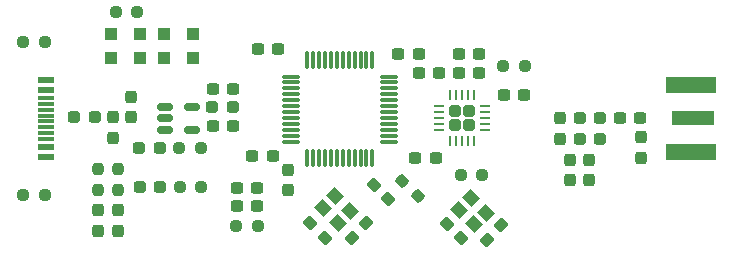
<source format=gtp>
%TF.GenerationSoftware,KiCad,Pcbnew,(6.0.4)*%
%TF.CreationDate,2022-11-28T15:49:36+01:00*%
%TF.ProjectId,STM32F103RF,53544d33-3246-4313-9033-52462e6b6963,1*%
%TF.SameCoordinates,Original*%
%TF.FileFunction,Paste,Top*%
%TF.FilePolarity,Positive*%
%FSLAX46Y46*%
G04 Gerber Fmt 4.6, Leading zero omitted, Abs format (unit mm)*
G04 Created by KiCad (PCBNEW (6.0.4)) date 2022-11-28 15:49:36*
%MOMM*%
%LPD*%
G01*
G04 APERTURE LIST*
G04 Aperture macros list*
%AMRoundRect*
0 Rectangle with rounded corners*
0 $1 Rounding radius*
0 $2 $3 $4 $5 $6 $7 $8 $9 X,Y pos of 4 corners*
0 Add a 4 corners polygon primitive as box body*
4,1,4,$2,$3,$4,$5,$6,$7,$8,$9,$2,$3,0*
0 Add four circle primitives for the rounded corners*
1,1,$1+$1,$2,$3*
1,1,$1+$1,$4,$5*
1,1,$1+$1,$6,$7*
1,1,$1+$1,$8,$9*
0 Add four rect primitives between the rounded corners*
20,1,$1+$1,$2,$3,$4,$5,0*
20,1,$1+$1,$4,$5,$6,$7,0*
20,1,$1+$1,$6,$7,$8,$9,0*
20,1,$1+$1,$8,$9,$2,$3,0*%
%AMRotRect*
0 Rectangle, with rotation*
0 The origin of the aperture is its center*
0 $1 length*
0 $2 width*
0 $3 Rotation angle, in degrees counterclockwise*
0 Add horizontal line*
21,1,$1,$2,0,0,$3*%
G04 Aperture macros list end*
%ADD10RoundRect,0.237500X0.237500X-0.300000X0.237500X0.300000X-0.237500X0.300000X-0.237500X-0.300000X0*%
%ADD11RoundRect,0.237500X-0.287500X-0.237500X0.287500X-0.237500X0.287500X0.237500X-0.287500X0.237500X0*%
%ADD12RoundRect,0.237500X-0.237500X0.250000X-0.237500X-0.250000X0.237500X-0.250000X0.237500X0.250000X0*%
%ADD13RoundRect,0.237500X-0.344715X0.008839X0.008839X-0.344715X0.344715X-0.008839X-0.008839X0.344715X0*%
%ADD14RoundRect,0.237500X0.300000X0.237500X-0.300000X0.237500X-0.300000X-0.237500X0.300000X-0.237500X0*%
%ADD15RoundRect,0.075000X0.075000X-0.662500X0.075000X0.662500X-0.075000X0.662500X-0.075000X-0.662500X0*%
%ADD16RoundRect,0.075000X0.662500X-0.075000X0.662500X0.075000X-0.662500X0.075000X-0.662500X-0.075000X0*%
%ADD17RoundRect,0.237500X0.237500X-0.287500X0.237500X0.287500X-0.237500X0.287500X-0.237500X-0.287500X0*%
%ADD18RoundRect,0.237500X-0.380070X0.044194X0.044194X-0.380070X0.380070X-0.044194X-0.044194X0.380070X0*%
%ADD19R,1.450000X0.600000*%
%ADD20R,1.450000X0.300000*%
%ADD21RoundRect,0.237500X0.287500X0.237500X-0.287500X0.237500X-0.287500X-0.237500X0.287500X-0.237500X0*%
%ADD22RoundRect,0.237500X-0.300000X-0.237500X0.300000X-0.237500X0.300000X0.237500X-0.300000X0.237500X0*%
%ADD23RoundRect,0.237500X-0.250000X-0.237500X0.250000X-0.237500X0.250000X0.237500X-0.250000X0.237500X0*%
%ADD24RoundRect,0.237500X-0.237500X0.300000X-0.237500X-0.300000X0.237500X-0.300000X0.237500X0.300000X0*%
%ADD25R,1.000000X1.000000*%
%ADD26RoundRect,0.237500X0.044194X0.380070X-0.380070X-0.044194X-0.044194X-0.380070X0.380070X0.044194X0*%
%ADD27RoundRect,0.237500X0.250000X0.237500X-0.250000X0.237500X-0.250000X-0.237500X0.250000X-0.237500X0*%
%ADD28RoundRect,0.250000X-0.255000X-0.255000X0.255000X-0.255000X0.255000X0.255000X-0.255000X0.255000X0*%
%ADD29RoundRect,0.062500X-0.350000X-0.062500X0.350000X-0.062500X0.350000X0.062500X-0.350000X0.062500X0*%
%ADD30RoundRect,0.062500X-0.062500X-0.350000X0.062500X-0.350000X0.062500X0.350000X-0.062500X0.350000X0*%
%ADD31RotRect,1.150000X1.000000X315.000000*%
%ADD32R,3.600000X1.270000*%
%ADD33R,4.200000X1.350000*%
%ADD34RoundRect,0.150000X-0.512500X-0.150000X0.512500X-0.150000X0.512500X0.150000X-0.512500X0.150000X0*%
%ADD35RotRect,1.150000X1.000000X135.000000*%
G04 APERTURE END LIST*
D10*
X81231250Y-62687500D03*
X81231250Y-60962500D03*
D11*
X81968750Y-68587500D03*
X83718750Y-68587500D03*
D12*
X80168750Y-67037500D03*
X80168750Y-68862500D03*
D10*
X119993750Y-68000000D03*
X119993750Y-66275000D03*
D13*
X104223515Y-68092265D03*
X105513985Y-69382735D03*
D14*
X93228125Y-65984375D03*
X91503125Y-65984375D03*
D15*
X96181250Y-66150000D03*
X96681250Y-66150000D03*
X97181250Y-66150000D03*
X97681250Y-66150000D03*
X98181250Y-66150000D03*
X98681250Y-66150000D03*
X99181250Y-66150000D03*
X99681250Y-66150000D03*
X100181250Y-66150000D03*
X100681250Y-66150000D03*
X101181250Y-66150000D03*
X101681250Y-66150000D03*
D16*
X103093750Y-64737500D03*
X103093750Y-64237500D03*
X103093750Y-63737500D03*
X103093750Y-63237500D03*
X103093750Y-62737500D03*
X103093750Y-62237500D03*
X103093750Y-61737500D03*
X103093750Y-61237500D03*
X103093750Y-60737500D03*
X103093750Y-60237500D03*
X103093750Y-59737500D03*
X103093750Y-59237500D03*
D15*
X101681250Y-57825000D03*
X101181250Y-57825000D03*
X100681250Y-57825000D03*
X100181250Y-57825000D03*
X99681250Y-57825000D03*
X99181250Y-57825000D03*
X98681250Y-57825000D03*
X98181250Y-57825000D03*
X97681250Y-57825000D03*
X97181250Y-57825000D03*
X96681250Y-57825000D03*
X96181250Y-57825000D03*
D16*
X94768750Y-59237500D03*
X94768750Y-59737500D03*
X94768750Y-60237500D03*
X94768750Y-60737500D03*
X94768750Y-61237500D03*
X94768750Y-61737500D03*
X94768750Y-62237500D03*
X94768750Y-62737500D03*
X94768750Y-63237500D03*
X94768750Y-63737500D03*
X94768750Y-64237500D03*
X94768750Y-64737500D03*
D17*
X117593750Y-64512500D03*
X117593750Y-62762500D03*
D11*
X88131250Y-61837500D03*
X89881250Y-61837500D03*
X81956250Y-65287500D03*
X83706250Y-65287500D03*
D18*
X96421370Y-71677620D03*
X97641130Y-72897380D03*
D19*
X74076250Y-59537500D03*
X74076250Y-60337500D03*
D20*
X74076250Y-61537500D03*
X74076250Y-62537500D03*
X74076250Y-63037500D03*
X74076250Y-64037500D03*
D19*
X74076250Y-65237500D03*
X74076250Y-66037500D03*
X74076250Y-66037500D03*
X74076250Y-65237500D03*
D20*
X74076250Y-64537500D03*
X74076250Y-63537500D03*
X74076250Y-62037500D03*
X74076250Y-61037500D03*
D19*
X74076250Y-60337500D03*
X74076250Y-59537500D03*
D12*
X78468750Y-67037500D03*
X78468750Y-68862500D03*
D10*
X118393750Y-68000000D03*
X118393750Y-66275000D03*
D14*
X91928125Y-68684375D03*
X90203125Y-68684375D03*
D21*
X120968750Y-64537500D03*
X119218750Y-64537500D03*
D22*
X103868750Y-57287500D03*
X105593750Y-57287500D03*
D23*
X72118750Y-69287500D03*
X73943750Y-69287500D03*
D24*
X79731250Y-62687500D03*
X79731250Y-64412500D03*
D25*
X84018750Y-55637500D03*
X86518750Y-55637500D03*
D26*
X101141130Y-71677620D03*
X99921370Y-72897380D03*
D27*
X87143750Y-65287500D03*
X85318750Y-65287500D03*
D23*
X79956250Y-53737500D03*
X81781250Y-53737500D03*
D28*
X108643750Y-63362500D03*
X109893750Y-62112500D03*
X109893750Y-63362500D03*
X108643750Y-62112500D03*
D29*
X107331250Y-61737500D03*
X107331250Y-62237500D03*
X107331250Y-62737500D03*
X107331250Y-63237500D03*
X107331250Y-63737500D03*
D30*
X108268750Y-64675000D03*
X108768750Y-64675000D03*
X109268750Y-64675000D03*
X109768750Y-64675000D03*
X110268750Y-64675000D03*
D29*
X111206250Y-63737500D03*
X111206250Y-63237500D03*
X111206250Y-62737500D03*
X111206250Y-62237500D03*
X111206250Y-61737500D03*
D30*
X110268750Y-60800000D03*
X109768750Y-60800000D03*
X109268750Y-60800000D03*
X108768750Y-60800000D03*
X108268750Y-60800000D03*
D27*
X87181250Y-68587500D03*
X85356250Y-68587500D03*
D31*
X97517557Y-70363756D03*
X98754994Y-71601193D03*
X99744943Y-70611244D03*
X98507506Y-69373807D03*
D18*
X107958870Y-71727620D03*
X109178630Y-72947380D03*
D22*
X109006250Y-58937500D03*
X110731250Y-58937500D03*
D17*
X80168750Y-72325000D03*
X80168750Y-70575000D03*
D11*
X76456250Y-62687500D03*
X78206250Y-62687500D03*
D25*
X79518750Y-55637500D03*
X82018750Y-55637500D03*
D23*
X112756250Y-58337500D03*
X114581250Y-58337500D03*
D18*
X101791761Y-68388885D03*
X103011521Y-69608645D03*
D14*
X93731250Y-56937500D03*
X92006250Y-56937500D03*
D23*
X72118750Y-56287500D03*
X73943750Y-56287500D03*
D25*
X86518750Y-57637500D03*
X84018750Y-57637500D03*
D24*
X94565625Y-67121875D03*
X94565625Y-68846875D03*
D25*
X82018750Y-57637500D03*
X79518750Y-57637500D03*
D32*
X128837500Y-62787500D03*
D33*
X128637500Y-65612500D03*
X128637500Y-59962500D03*
D34*
X84093750Y-61837500D03*
X84093750Y-62787500D03*
X84093750Y-63737500D03*
X86368750Y-63737500D03*
X86368750Y-61837500D03*
D22*
X105606250Y-58937500D03*
X107331250Y-58937500D03*
D14*
X89893750Y-63387500D03*
X88168750Y-63387500D03*
D27*
X110981250Y-67537500D03*
X109156250Y-67537500D03*
D22*
X109006250Y-57337500D03*
X110731250Y-57337500D03*
D14*
X107031250Y-66137500D03*
X105306250Y-66137500D03*
D10*
X124393750Y-66100000D03*
X124393750Y-64375000D03*
D22*
X90206250Y-70237500D03*
X91931250Y-70237500D03*
X122631250Y-62737500D03*
X124356250Y-62737500D03*
D14*
X89893750Y-60287500D03*
X88168750Y-60287500D03*
D26*
X112578630Y-71827620D03*
X111358870Y-73047380D03*
D27*
X91993750Y-71847500D03*
X90168750Y-71847500D03*
D35*
X111282443Y-70761244D03*
X110045006Y-69523807D03*
X109055057Y-70513756D03*
X110292494Y-71751193D03*
D11*
X119218750Y-62737500D03*
X120968750Y-62737500D03*
D17*
X78468750Y-72325000D03*
X78468750Y-70575000D03*
D22*
X112806250Y-60837500D03*
X114531250Y-60837500D03*
M02*

</source>
